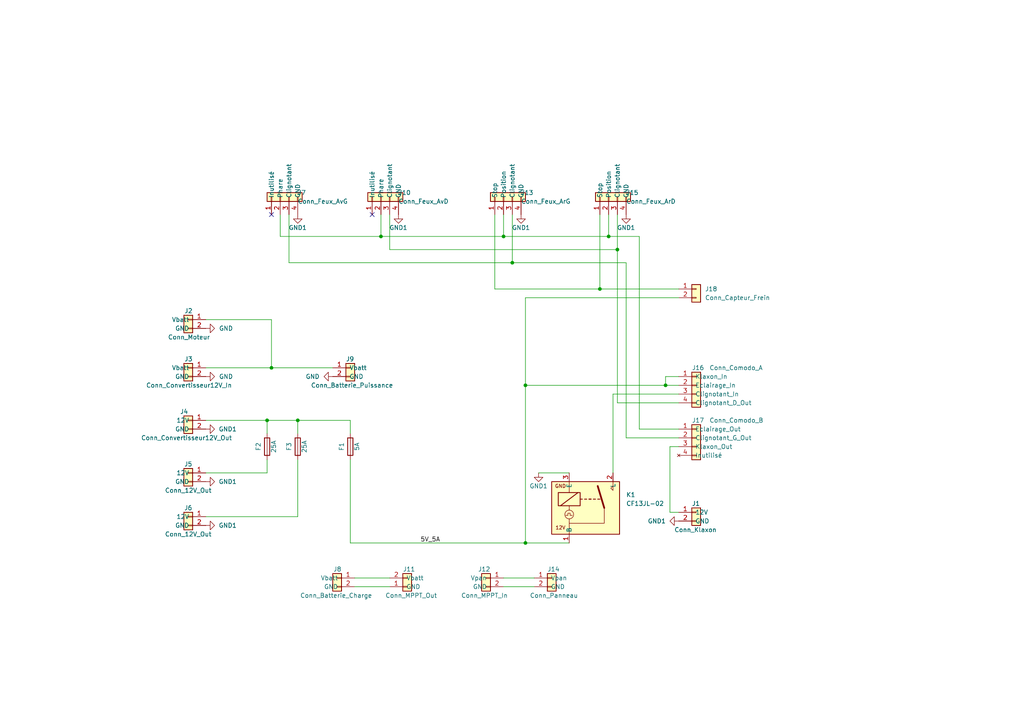
<source format=kicad_sch>
(kicad_sch (version 20211123) (generator eeschema)
  (paper "A4")
  (title_block (title "Boitier électrique vhéliotech") (date "2024-12-28") (company "Vélo solaire pour tous") (comment 1 "Licence CERN-OHL-S version 2"))
  (lib_symbols
    (symbol "Connector_Generic:Conn_01x02" (pin_names (offset 1.016) hide)
      (property "Reference" "J" (at 0 2.54 0))
      (property "Value" "Conn_01x02" (at 0 -5.08 0))
      (symbol "Conn_01x02_1_1"
        (rectangle (start -1.27 -2.413) (end 0 -2.667) (stroke (width 0.1524)))
        (rectangle (start -1.27 0.127) (end 0 -0.127) (stroke (width 0.1524)))
        (rectangle (start -1.27 1.27) (end 1.27 -3.81) (stroke (width 0.254)) (fill (type background)))
        (pin passive line (at -5.08 0 0) (length 3.81) (name "Pin_1") (number "1"))
        (pin passive line (at -5.08 -2.54 0) (length 3.81) (name "Pin_2") (number "2"))
      )
    )
    (symbol "Fuse_1" (pin_numbers hide) (pin_names (offset 0))
      (property "Reference" "F" (at 2.032 0 90))
      (property "Value" "Fuse_1" (at -1.905 0 90))
      (symbol "Fuse_1_0_1"
        (rectangle (start -0.762 -2.54) (end 0.762 2.54) (stroke (width 0.254)))
        (polyline (pts (xy 0 2.54) (xy 0 -2.54)))
      )
      (symbol "Fuse_1_1_1"
        (pin power_out line (at 0 3.81 270) (length 1.27) (name "~") (number "1"))
        (pin power_in line (at 0 -3.81 90) (length 1.27) (name "~") (number "2"))
      )
    )
    (symbol "Fuse_2" (pin_numbers hide) (pin_names (offset 0))
      (property "Reference" "F" (at 2.032 0 90))
      (property "Value" "Fuse_2" (at -1.905 0 90))
      (symbol "Fuse_2_0_1"
        (rectangle (start -0.762 -2.54) (end 0.762 2.54) (stroke (width 0.254)))
        (polyline (pts (xy 0 2.54) (xy 0 -2.54)))
      )
      (symbol "Fuse_2_1_1"
        (pin power_out line (at 0 3.81 270) (length 1.27) (name "~") (number "1"))
        (pin power_in line (at 0 -3.81 90) (length 1.27) (name "~") (number "2"))
      )
    )
    (symbol "circuit:CF13JL-02"
      (property "Reference" "K" (at 11.43 3.81 0))
      (property "Value" "CF13JL-02" (at 17.78 1.27 0))
      (symbol "CF13JL-02_0_1"
        (circle (center -5.08 -4.445) (radius 1.27))
        (polyline (pts (xy -5.08 -6.985) (xy -5.08 -5.715)))
        (polyline (pts (xy -6.096 -4.699) (xy -5.461 -4.699) (xy -5.461 -4.064) (xy -4.826 -4.064) (xy -4.826 -4.699) (xy -4.191 -4.699)))
      )
      (symbol "CF13JL-02_1_1"
        (rectangle (start -10.16 5.08) (end 9.525 -10.16) (stroke (width 0.254)) (fill (type background)))
        (rectangle (start -8.255 1.905) (end -1.905 -1.905) (stroke (width 0.254)))
        (polyline (pts (xy -7.62 -1.905) (xy -2.54 1.905)) (stroke (width 0.254)))
        (polyline (pts (xy -5.08 -10.16) (xy -5.08 -6.985)))
        (polyline (pts (xy -5.08 -3.175) (xy -5.08 -1.905)))
        (polyline (pts (xy -5.08 5.08) (xy -5.08 1.905)))
        (polyline (pts (xy -1.905 0) (xy -1.27 0)) (stroke (width 0.254)))
        (polyline (pts (xy -0.635 0) (xy 0 0)) (stroke (width 0.254)))
        (polyline (pts (xy 0.635 0) (xy 1.27 0)) (stroke (width 0.254)))
        (polyline (pts (xy 0.635 0) (xy 1.27 0)) (stroke (width 0.254)))
        (polyline (pts (xy 1.905 0) (xy 2.54 0)) (stroke (width 0.254)))
        (polyline (pts (xy 3.175 0) (xy 3.81 0)) (stroke (width 0.254)))
        (polyline (pts (xy 5.08 -6.985) (xy -5.08 -6.985)))
        (polyline (pts (xy 5.08 -2.54) (xy 3.175 3.81)) (stroke (width 0.508)))
        (polyline (pts (xy 5.08 -2.54) (xy 5.08 -6.985)))
        (polyline (pts (xy 7.62 3.81) (xy 7.62 5.08)))
        (polyline (pts (xy 7.62 3.81) (xy 7.62 2.54) (xy 6.985 3.175) (xy 7.62 3.81)))
        (text "12V" (at -7.62 -8.255 0) (effects (font (size 1.016 1.016))))
        (text "GND" (at -7.62 3.81 0) (effects (font (size 1.016 1.016))))
        (pin passive line (at -5.08 -12.7 90) (length 2.54) (name "B") (number "1"))
        (pin passive line (at 7.62 7.62 270) (length 2.54) (name "L") (number "2"))
        (pin passive line (at -5.08 7.62 270) (length 2.54) (name "E") (number "3"))
      )
    )
    (symbol "circuit:Conn_12V_Out" (pin_names (offset 1.016))
      (property "Reference" "J" (at 0 2.54 0))
      (property "Value" "Conn_12V_Out" (at 0 -5.08 0))
      (symbol "Conn_12V_Out_1_1"
        (rectangle (start -1.27 -2.413) (end 0 -2.667) (stroke (width 0.1524)))
        (rectangle (start -1.27 0.127) (end 0 -0.127) (stroke (width 0.1524)))
        (rectangle (start -1.27 1.27) (end 1.27 -3.81) (stroke (width 0.254)) (fill (type background)))
        (pin power_in line (at -5.08 0 0) (length 3.81) (name "12V") (number "1"))
        (pin power_in line (at -5.08 -2.54 0) (length 3.81) (name "GND") (number "2"))
      )
    )
    (symbol "circuit:Conn_Batterie_Charge" (pin_names (offset 1.016))
      (property "Reference" "J" (at 0 2.54 0))
      (property "Value" "Conn_Batterie_Charge" (at 0 -5.08 0))
      (symbol "Conn_Batterie_Charge_1_1"
        (rectangle (start -1.27 -2.413) (end 0 -2.667) (stroke (width 0.1524)))
        (rectangle (start -1.27 0.127) (end 0 -0.127) (stroke (width 0.1524)))
        (rectangle (start -1.27 1.27) (end 1.27 -3.81) (stroke (width 0.254)) (fill (type background)))
        (pin power_in line (at -5.08 0 0) (length 3.81) (name "Vbatt") (number "1"))
        (pin power_in line (at -5.08 -2.54 0) (length 3.81) (name "GND") (number "2"))
      )
    )
    (symbol "circuit:Conn_Batterie_Puissance" (pin_names (offset 1.016))
      (property "Reference" "J" (at 0 2.54 0))
      (property "Value" "Conn_Batterie_Puissance" (at 0 -5.08 0))
      (symbol "Conn_Batterie_Puissance_1_1"
        (rectangle (start -1.27 -2.413) (end 0 -2.667) (stroke (width 0.1524)))
        (rectangle (start -1.27 0.127) (end 0 -0.127) (stroke (width 0.1524)))
        (rectangle (start -1.27 1.27) (end 1.27 -3.81) (stroke (width 0.254)) (fill (type background)))
        (pin power_out line (at -5.08 0 0) (length 3.81) (name "Vbatt") (number "1"))
        (pin power_out line (at -5.08 -2.54 0) (length 3.81) (name "GND") (number "2"))
      )
    )
    (symbol "circuit:Conn_Comodo_A" (pin_names (offset 1.016))
      (property "Reference" "J" (at 0 5.08 0))
      (property "Value" "Conn_Comodo_A" (at 0 -7.62 0))
      (symbol "Conn_Comodo_A_1_1"
        (rectangle (start -1.27 -4.953) (end 0 -5.207) (stroke (width 0.1524)))
        (rectangle (start -1.27 -2.413) (end 0 -2.667) (stroke (width 0.1524)))
        (rectangle (start -1.27 0.127) (end 0 -0.127) (stroke (width 0.1524)))
        (rectangle (start -1.27 2.667) (end 0 2.413) (stroke (width 0.1524)))
        (rectangle (start -1.27 3.81) (end 1.27 -6.35) (stroke (width 0.254)) (fill (type background)))
        (pin power_in line (at -5.08 2.54 0) (length 3.81) (name "Klaxon_In") (number "1"))
        (pin power_in line (at -5.08 0 0) (length 3.81) (name "Eclairage_In") (number "2"))
        (pin passive line (at -5.08 -2.54 0) (length 3.81) (name "Clignotant_In") (number "3"))
        (pin passive line (at -5.08 -5.08 0) (length 3.81) (name "Clignotant_D_Out") (number "4"))
      )
    )
    (symbol "circuit:Conn_Comodo_B" (pin_names (offset 1.016))
      (property "Reference" "J" (at 0 5.08 0))
      (property "Value" "Conn_Comodo_B" (at 0 -7.62 0))
      (symbol "Conn_Comodo_B_1_1"
        (rectangle (start -1.27 -4.953) (end 0 -5.207) (stroke (width 0.1524)))
        (rectangle (start -1.27 -2.413) (end 0 -2.667) (stroke (width 0.1524)))
        (rectangle (start -1.27 0.127) (end 0 -0.127) (stroke (width 0.1524)))
        (rectangle (start -1.27 2.667) (end 0 2.413) (stroke (width 0.1524)))
        (rectangle (start -1.27 3.81) (end 1.27 -6.35) (stroke (width 0.254)) (fill (type background)))
        (pin passive line (at -5.08 2.54 0) (length 3.81) (name "Eclairage_Out") (number "1"))
        (pin passive line (at -5.08 0 0) (length 3.81) (name "Clignotant_G_Out") (number "2"))
        (pin passive line (at -5.08 -2.54 0) (length 3.81) (name "Klaxon_Out") (number "3"))
        (pin no_connect line (at -5.08 -5.08 0) (length 3.81) (name "Inutilisé") (number "4"))
      )
    )
    (symbol "circuit:Conn_Convertisseur12V_In" (pin_names (offset 1.016))
      (property "Reference" "J" (at 0 2.54 0))
      (property "Value" "Conn_Convertisseur12V_In" (at 0 -5.08 0))
      (symbol "Conn_Convertisseur12V_In_1_1"
        (rectangle (start -1.27 -2.413) (end 0 -2.667) (stroke (width 0.1524)))
        (rectangle (start -1.27 0.127) (end 0 -0.127) (stroke (width 0.1524)))
        (rectangle (start -1.27 1.27) (end 1.27 -3.81) (stroke (width 0.254)) (fill (type background)))
        (pin power_in line (at -5.08 0 0) (length 3.81) (name "Vbatt") (number "1"))
        (pin power_in line (at -5.08 -2.54 0) (length 3.81) (name "GND") (number "2"))
      )
    )
    (symbol "circuit:Conn_Convertisseur12V_Out" (pin_names (offset 1.016))
      (property "Reference" "J" (at 0 2.54 0))
      (property "Value" "Conn_Convertisseur12V_Out" (at 0 -5.08 0))
      (symbol "Conn_Convertisseur12V_Out_1_1"
        (rectangle (start -1.27 -2.413) (end 0 -2.667) (stroke (width 0.1524)))
        (rectangle (start -1.27 0.127) (end 0 -0.127) (stroke (width 0.1524)))
        (rectangle (start -1.27 1.27) (end 1.27 -3.81) (stroke (width 0.254)) (fill (type background)))
        (pin power_out line (at -5.08 0 0) (length 3.81) (name "12V") (number "1"))
        (pin power_out line (at -5.08 -2.54 0) (length 3.81) (name "GND") (number "2"))
      )
    )
    (symbol "circuit:Conn_Feux_Arriere" (pin_names (offset 1.016))
      (property "Reference" "J" (at 0 5.08 0))
      (property "Value" "Conn_Feux_Arriere" (at 0 -7.62 0))
      (symbol "Conn_Feux_Arriere_1_1"
        (rectangle (start -1.27 -4.953) (end 0 -5.207) (stroke (width 0.1524)))
        (rectangle (start -1.27 -2.413) (end 0 -2.667) (stroke (width 0.1524)))
        (rectangle (start -1.27 0.127) (end 0 -0.127) (stroke (width 0.1524)))
        (rectangle (start -1.27 2.667) (end 0 2.413) (stroke (width 0.1524)))
        (rectangle (start -1.27 3.81) (end 1.27 -6.35) (stroke (width 0.254)) (fill (type background)))
        (pin passive line (at -5.08 2.54 0) (length 3.81) (name "Stop") (number "1"))
        (pin passive line (at -5.08 0 0) (length 3.81) (name "Position") (number "2"))
        (pin passive line (at -5.08 -2.54 0) (length 3.81) (name "Clignotant") (number "3"))
        (pin power_in line (at -5.08 -5.08 0) (length 3.81) (name "GND") (number "4"))
      )
    )
    (symbol "circuit:Conn_Feux_Avant" (pin_names (offset 1.016))
      (property "Reference" "J" (at 0 5.08 0))
      (property "Value" "Conn_Feux_Avant" (at 0 -7.62 0))
      (symbol "Conn_Feux_Avant_1_1"
        (rectangle (start -1.27 -4.953) (end 0 -5.207) (stroke (width 0.1524)))
        (rectangle (start -1.27 -2.413) (end 0 -2.667) (stroke (width 0.1524)))
        (rectangle (start -1.27 0.127) (end 0 -0.127) (stroke (width 0.1524)))
        (rectangle (start -1.27 2.667) (end 0 2.413) (stroke (width 0.1524)))
        (rectangle (start -1.27 3.81) (end 1.27 -6.35) (stroke (width 0.254)) (fill (type background)))
        (pin passive line (at -5.08 2.54 0) (length 3.81) (name "Inutilisé") (number "1"))
        (pin passive line (at -5.08 0 0) (length 3.81) (name "Phare") (number "2"))
        (pin passive line (at -5.08 -2.54 0) (length 3.81) (name "Clignotant") (number "3"))
        (pin power_in line (at -5.08 -5.08 0) (length 3.81) (name "GND") (number "4"))
      )
    )
    (symbol "circuit:Conn_Klaxon" (pin_names (offset 1.016))
      (property "Reference" "J" (at 0 2.54 0))
      (property "Value" "Conn_Klaxon" (at 0 -5.08 0))
      (symbol "Conn_Klaxon_1_1"
        (rectangle (start -1.27 -2.413) (end 0 -2.667) (stroke (width 0.1524)))
        (rectangle (start -1.27 0.127) (end 0 -0.127) (stroke (width 0.1524)))
        (rectangle (start -1.27 1.27) (end 1.27 -3.81) (stroke (width 0.254)) (fill (type background)))
        (pin passive line (at -5.08 0 0) (length 3.81) (name "12V") (number "1"))
        (pin power_in line (at -5.08 -2.54 0) (length 3.81) (name "GND") (number "2"))
      )
    )
    (symbol "circuit:Conn_MPPT_In" (pin_names (offset 1.016))
      (property "Reference" "J" (at 0 2.54 0))
      (property "Value" "Conn_MPPT_In" (at 0 -5.08 0))
      (symbol "Conn_MPPT_In_1_1"
        (rectangle (start -1.27 -2.413) (end 0 -2.667) (stroke (width 0.1524)))
        (rectangle (start -1.27 0.127) (end 0 -0.127) (stroke (width 0.1524)))
        (rectangle (start -1.27 1.27) (end 1.27 -3.81) (stroke (width 0.254)) (fill (type background)))
        (pin power_in line (at -5.08 0 0) (length 3.81) (name "Vpan") (number "1"))
        (pin power_in line (at -5.08 -2.54 0) (length 3.81) (name "GND") (number "2"))
      )
    )
    (symbol "circuit:Conn_MPPT_Out" (pin_names (offset 1.016))
      (property "Reference" "J" (at 0 2.54 0))
      (property "Value" "Conn_MPPT_Out" (at 0 -5.08 0))
      (symbol "Conn_MPPT_Out_1_1"
        (rectangle (start -1.27 -2.413) (end 0 -2.667) (stroke (width 0.1524)))
        (rectangle (start -1.27 0.127) (end 0 -0.127) (stroke (width 0.1524)))
        (rectangle (start -1.27 1.27) (end 1.27 -3.81) (stroke (width 0.254)) (fill (type background)))
        (pin power_out line (at -5.08 -2.54 0) (length 3.81) (name "GND") (number "1"))
        (pin power_out line (at -5.08 0 0) (length 3.81) (name "Vbatt") (number "2"))
      )
    )
    (symbol "circuit:Conn_Moteur" (pin_names (offset 1.016))
      (property "Reference" "J" (at 0 2.54 0))
      (property "Value" "Conn_Moteur" (at 0 -5.08 0))
      (symbol "Conn_Moteur_1_1"
        (rectangle (start -1.27 -2.413) (end 0 -2.667) (stroke (width 0.1524)))
        (rectangle (start -1.27 0.127) (end 0 -0.127) (stroke (width 0.1524)))
        (rectangle (start -1.27 1.27) (end 1.27 -3.81) (stroke (width 0.254)) (fill (type background)))
        (pin power_in line (at -5.08 0 0) (length 3.81) (name "Vbatt") (number "1"))
        (pin power_in line (at -5.08 -2.54 0) (length 3.81) (name "GND") (number "2"))
      )
    )
    (symbol "circuit:Conn_Panneau" (pin_names (offset 1.016))
      (property "Reference" "J" (at 0 2.54 0))
      (property "Value" "Conn_Panneau" (at 0 -5.08 0))
      (symbol "Conn_Panneau_1_1"
        (rectangle (start -1.27 -2.413) (end 0 -2.667) (stroke (width 0.1524)))
        (rectangle (start -1.27 0.127) (end 0 -0.127) (stroke (width 0.1524)))
        (rectangle (start -1.27 1.27) (end 1.27 -3.81) (stroke (width 0.254)) (fill (type background)))
        (pin power_out line (at -5.08 0 0) (length 3.81) (name "Vpan") (number "1"))
        (pin power_out line (at -5.08 -2.54 0) (length 3.81) (name "GND") (number "2"))
      )
    )
    (symbol "circuit:Fuse" (pin_numbers hide) (pin_names (offset 0))
      (property "Reference" "F" (at 2.032 0 90))
      (property "Value" "Fuse" (at -1.905 0 90))
      (symbol "Fuse_0_1"
        (rectangle (start -0.762 -2.54) (end 0.762 2.54) (stroke (width 0.254)))
        (polyline (pts (xy 0 2.54) (xy 0 -2.54)))
      )
      (symbol "Fuse_1_1"
        (pin power_out line (at 0 3.81 270) (length 1.27) (name "~") (number "1"))
        (pin power_in line (at 0 -3.81 90) (length 1.27) (name "~") (number "2"))
      )
    )
    (symbol "power:GND" (power) (pin_names (offset 0))
      (property "Value" "GND" (at 0 -3.81 0))
      (symbol "GND_0_1"
        (polyline (pts (xy 0 0) (xy 0 -1.27) (xy 1.27 -1.27) (xy 0 -2.54) (xy -1.27 -1.27) (xy 0 -1.27)))
      )
      (symbol "GND_1_1"
        (pin power_in line (at 0 0 270) (length 0) hide (name "GND") (number "1"))
      )
    )
    (symbol "power:GND1" (power) (pin_names (offset 0))
      (property "Value" "GND1" (at 0 -3.81 0))
      (symbol "GND1_0_1"
        (polyline (pts (xy 0 0) (xy 0 -1.27) (xy 1.27 -1.27) (xy 0 -2.54) (xy -1.27 -1.27) (xy 0 -1.27)))
      )
      (symbol "GND1_1_1"
        (pin power_in line (at 0 0 270) (length 0) hide (name "GND1") (number "1"))
      )
    )
  )
  (junction (at 152.4 111.76))
  (junction (at 148.59 76.2))
  (junction (at 78.74 106.68))
  (junction (at 110.49 68.58))
  (junction (at 146.05 68.58))
  (junction (at 173.99 83.82))
  (junction (at 152.4 157.48))
  (junction (at 77.47 121.92))
  (junction (at 176.53 68.58))
  (junction (at 179.07 72.39))
  (junction (at 86.36 121.92))
  (junction (at 193.04 111.76))
  (no_connect (at 78.74 62.23))
  (no_connect (at 107.95 62.23))
  (wire (pts (xy 78.74 92.71) (xy 59.69 92.71)))
  (wire (pts (xy 77.47 133.35) (xy 77.47 137.16)))
  (wire (pts (xy 77.47 121.92) (xy 77.47 125.73)))
  (wire (pts (xy 59.69 149.86) (xy 86.36 149.86)))
  (wire (pts (xy 110.49 68.58) (xy 81.28 68.58)))
  (wire (pts (xy 193.04 109.22) (xy 196.85 109.22)))
  (wire (pts (xy 102.87 167.64) (xy 113.03 167.64)))
  (wire (pts (xy 176.53 62.23) (xy 176.53 68.58)))
  (wire (pts (xy 148.59 62.23) (xy 148.59 76.2)))
  (wire (pts (xy 86.36 149.86) (xy 86.36 133.35)))
  (wire (pts (xy 101.6 133.35) (xy 101.6 157.48)))
  (wire (pts (xy 59.69 106.68) (xy 78.74 106.68)))
  (wire (pts (xy 86.36 121.92) (xy 101.6 121.92)))
  (wire (pts (xy 177.8 114.3) (xy 196.85 114.3)))
  (wire (pts (xy 179.07 72.39) (xy 113.03 72.39)))
  (wire (pts (xy 110.49 62.23) (xy 110.49 68.58)))
  (wire (pts (xy 77.47 121.92) (xy 86.36 121.92)))
  (wire (pts (xy 193.04 111.76) (xy 152.4 111.76)))
  (wire (pts (xy 181.61 127) (xy 196.85 127)))
  (wire (pts (xy 101.6 125.73) (xy 101.6 121.92)))
  (wire (pts (xy 194.31 148.59) (xy 196.85 148.59)))
  (wire (pts (xy 152.4 111.76) (xy 152.4 157.48)))
  (wire (pts (xy 196.85 83.82) (xy 173.99 83.82)))
  (wire (pts (xy 173.99 83.82) (xy 173.99 62.23)))
  (wire (pts (xy 196.85 111.76) (xy 193.04 111.76)))
  (wire (pts (xy 185.42 68.58) (xy 185.42 124.46)))
  (wire (pts (xy 177.8 137.16) (xy 177.8 114.3)))
  (wire (pts (xy 156.21 137.16) (xy 165.1 137.16)))
  (wire (pts (xy 143.51 83.82) (xy 143.51 62.23)))
  (wire (pts (xy 86.36 121.92) (xy 86.36 125.73)))
  (wire (pts (xy 83.82 76.2) (xy 83.82 62.23)))
  (wire (pts (xy 78.74 106.68) (xy 96.52 106.68)))
  (wire (pts (xy 179.07 116.84) (xy 196.85 116.84)))
  (wire (pts (xy 152.4 86.36) (xy 196.85 86.36)))
  (wire (pts (xy 59.69 137.16) (xy 77.47 137.16)))
  (wire (pts (xy 194.31 129.54) (xy 194.31 148.59)))
  (wire (pts (xy 110.49 68.58) (xy 146.05 68.58)))
  (wire (pts (xy 146.05 62.23) (xy 146.05 68.58)))
  (wire (pts (xy 152.4 111.76) (xy 152.4 86.36)))
  (wire (pts (xy 148.59 76.2) (xy 83.82 76.2)))
  (wire (pts (xy 181.61 76.2) (xy 181.61 127)))
  (wire (pts (xy 165.1 157.48) (xy 152.4 157.48)))
  (wire (pts (xy 78.74 106.68) (xy 78.74 92.71)))
  (wire (pts (xy 173.99 83.82) (xy 143.51 83.82)))
  (wire (pts (xy 193.04 111.76) (xy 193.04 109.22)))
  (wire (pts (xy 152.4 157.48) (xy 101.6 157.48)))
  (wire (pts (xy 113.03 72.39) (xy 113.03 62.23)))
  (wire (pts (xy 179.07 72.39) (xy 179.07 116.84)))
  (wire (pts (xy 146.05 170.18) (xy 154.94 170.18)))
  (wire (pts (xy 196.85 129.54) (xy 194.31 129.54)))
  (wire (pts (xy 148.59 76.2) (xy 181.61 76.2)))
  (wire (pts (xy 146.05 167.64) (xy 154.94 167.64)))
  (wire (pts (xy 179.07 62.23) (xy 179.07 72.39)))
  (wire (pts (xy 185.42 124.46) (xy 196.85 124.46)))
  (wire (pts (xy 59.69 121.92) (xy 77.47 121.92)))
  (wire (pts (xy 146.05 68.58) (xy 176.53 68.58)))
  (wire (pts (xy 102.87 170.18) (xy 113.03 170.18)))
  (wire (pts (xy 176.53 68.58) (xy 185.42 68.58)))
  (wire (pts (xy 81.28 68.58) (xy 81.28 62.23)))
  (label "5V_5A" (at 121.92 157.48 0))
  (symbol (lib_id "power:GND") (at 59.69 95.25 90) (unit 1)
    (property "Reference" "#PWR0101" (effects hide))
    (property "Value" "GND" (at 63.5 95.2499 90) (effects (justify right)))
  )
  (symbol (lib_id "circuit:Conn_Convertisseur12V_In") (at 54.61 106.68 0) (mirror y) (unit 1)
    (property "Reference" "J3" (at 55.88 104.14 0) (effects (justify left)))
    (property "Value" "Conn_Convertisseur12V_In" (at 67.31 111.76 0) (effects (justify left)))
    (property "Footprint" "circuit:TerminalBlock_Amphenol_HG0200X0000G_1x02_P5.00mm_45Degree" (effects hide))
  )
  (symbol (lib_id "power:GND1") (at 86.36 62.23 0) (unit 1)
    (property "Reference" "#PWR0105" (effects hide))
    (property "Value" "GND1" (at 86.36 66.04 0))
  )
  (symbol (lib_id "circuit:Conn_Feux_Avant") (at 110.49 57.15 90) (unit 1)
    (property "Reference" "J10" (at 115.57 55.8799 90) (effects (justify right)))
    (property "Value" "Conn_Feux_AvD" (at 115.57 58.4199 90) (effects (justify right)))
    (property "Footprint" "circuit:Generic_HeaderSocket_1x04_P5.08mm_Vertical_Open" (effects hide))
  )
  (symbol (lib_id "circuit:CF13JL-02") (at 170.18 144.78 0) (unit 1)
    (property "Reference" "K1" (at 181.61 143.5099 0) (effects (justify left)))
    (property "Value" "CF13JL-02" (at 181.61 146.0499 0) (effects (justify left)))
    (property "Footprint" "circuit:CF13JL-02" (effects hide))
  )
  (symbol (lib_name "Fuse_1") (lib_id "circuit:Fuse") (at 77.47 129.54 180) (unit 1)
    (property "Reference" "F2" (at 74.93 129.54 90))
    (property "Value" "25A" (at 79.375 129.54 90))
    (property "Footprint" "circuit:Littelfuse_FuseHolder_FL1_178.6764.0001" (effects hide))
  )
  (symbol (lib_id "power:GND1") (at 59.69 152.4 90) (unit 1)
    (property "Reference" "#PWR0110" (effects hide))
    (property "Value" "GND1" (at 66.04 152.4 90))
  )
  (symbol (lib_id "power:GND") (at 96.52 109.22 270) (unit 1)
    (property "Reference" "#PWR0111" (effects hide))
    (property "Value" "GND" (at 92.71 109.2199 90) (effects (justify right)))
  )
  (symbol (lib_id "circuit:Conn_Klaxon") (at 201.93 148.59 0) (unit 1)
    (property "Reference" "J1" (at 200.66 146.05 0) (effects (justify left)))
    (property "Value" "Conn_Klaxon" (at 195.58 153.67 0) (effects (justify left)))
    (property "Footprint" "circuit:TerminalBlock_Camdenboss_CTB3008_1x02_P5.08mm_45Degree" (effects hide))
  )
  (symbol (lib_id "circuit:Conn_12V_Out") (at 54.61 137.16 0) (mirror y) (unit 1)
    (property "Reference" "J5" (at 54.61 134.62 0))
    (property "Value" "Conn_12V_Out" (at 54.61 142.24 0))
    (property "Footprint" "circuit:TerminalBlock_Amphenol_HG0200X0000G_1x02_P5.00mm_45Degree" (effects hide))
  )
  (symbol (lib_id "power:GND1") (at 115.57 62.23 0) (unit 1)
    (property "Reference" "#PWR0106" (effects hide))
    (property "Value" "GND1" (at 115.57 66.04 0))
  )
  (symbol (lib_id "power:GND1") (at 59.69 124.46 90) (unit 1)
    (property "Reference" "#PWR0103" (effects hide))
    (property "Value" "GND1" (at 66.04 124.46 90))
  )
  (symbol (lib_id "circuit:Conn_Feux_Arriere") (at 146.05 57.15 90) (unit 1)
    (property "Reference" "J13" (at 151.13 55.8799 90) (effects (justify right)))
    (property "Value" "Conn_Feux_ArG" (at 151.13 58.4199 90) (effects (justify right)))
    (property "Footprint" "circuit:Generic_HeaderSocket_1x04_P5.08mm_Vertical_Open" (effects hide))
  )
  (symbol (lib_id "circuit:Conn_Batterie_Puissance") (at 101.6 106.68 0) (unit 1)
    (property "Reference" "J9" (at 100.33 104.14 0) (effects (justify left)))
    (property "Value" "Conn_Batterie_Puissance" (at 90.17 111.76 0) (effects (justify left)))
    (property "Footprint" "circuit:TerminalBlock_Amphenol_HG0200X0000G_1x02_P5.00mm_45Degree" (effects hide))
  )
  (symbol (lib_id "circuit:Conn_Moteur") (at 54.61 92.71 0) (mirror y) (unit 1)
    (property "Reference" "J2" (at 55.88 90.17 0) (effects (justify left)))
    (property "Value" "Conn_Moteur" (at 60.96 97.79 0) (effects (justify left)))
    (property "Footprint" "circuit:TerminalBlock_Amphenol_HG0200X0000G_1x02_P5.00mm_45Degree" (effects hide))
  )
  (symbol (lib_id "power:GND1") (at 196.85 151.13 270) (mirror x) (unit 1)
    (property "Reference" "#PWR0102" (effects hide))
    (property "Value" "GND1" (at 190.5 151.13 90))
  )
  (symbol (lib_id "circuit:Conn_Convertisseur12V_Out") (at 54.61 121.92 0) (mirror y) (unit 1)
    (property "Reference" "J4" (at 54.61 119.38 0) (effects (justify left)))
    (property "Value" "Conn_Convertisseur12V_Out" (at 67.31 127 0) (effects (justify left)))
    (property "Footprint" "circuit:TerminalBlock_Amphenol_HG0200X0000G_1x02_P5.00mm_45Degree" (effects hide))
  )
  (symbol (lib_id "circuit:Conn_MPPT_In") (at 140.97 167.64 0) (mirror y) (unit 1)
    (property "Reference" "J12" (at 142.24 165.1 0) (effects (justify left)))
    (property "Value" "Conn_MPPT_In" (at 147.32 172.72 0) (effects (justify left)))
    (property "Footprint" "circuit:TerminalBlock_Amphenol_HG0200X0000G_1x02_P5.00mm_45Degree" (effects hide))
  )
  (symbol (lib_id "circuit:Conn_Comodo_A") (at 201.93 111.76 0) (unit 1)
    (property "Reference" "J16" (at 200.66 106.68 0) (effects (justify left)))
    (property "Value" "Conn_Comodo_A" (at 205.74 106.68 0) (effects (justify left)))
    (property "Footprint" "circuit:Generic_HeaderSocket_1x04_P5.08mm_Vertical_Open" (effects hide))
  )
  (symbol (lib_id "circuit:Conn_Panneau") (at 160.02 167.64 0) (unit 1)
    (property "Reference" "J14" (at 158.75 165.1 0) (effects (justify left)))
    (property "Value" "Conn_Panneau" (at 153.67 172.72 0) (effects (justify left)))
    (property "Footprint" "circuit:TerminalBlock_Amphenol_HG0200X0000G_1x02_P5.00mm_45Degree" (effects hide))
  )
  (symbol (lib_id "circuit:Conn_Batterie_Charge") (at 97.79 167.64 0) (mirror y) (unit 1)
    (property "Reference" "J8" (at 99.06 165.1 0) (effects (justify left)))
    (property "Value" "Conn_Batterie_Charge" (at 107.95 172.72 0) (effects (justify left)))
    (property "Footprint" "circuit:TerminalBlock_Amphenol_HG0200X0000G_1x02_P5.00mm_45Degree" (effects hide))
  )
  (symbol (lib_id "power:GND1") (at 59.69 139.7 90) (unit 1)
    (property "Reference" "#PWR0109" (effects hide))
    (property "Value" "GND1" (at 66.04 139.7 90))
  )
  (symbol (lib_id "circuit:Conn_Comodo_B") (at 201.93 127 0) (unit 1)
    (property "Reference" "J17" (at 200.66 121.92 0) (effects (justify left)))
    (property "Value" "Conn_Comodo_B" (at 205.74 121.92 0) (effects (justify left)))
    (property "Footprint" "circuit:Generic_HeaderSocket_1x04_P5.08mm_Vertical_Open" (effects hide))
  )
  (symbol (lib_name "Fuse_2") (lib_id "circuit:Fuse") (at 101.6 129.54 180) (unit 1)
    (property "Reference" "F1" (at 99.06 129.54 90))
    (property "Value" "5A" (at 103.505 129.54 90))
    (property "Footprint" "circuit:Littelfuse_FuseHolder_FL1_178.6764.0001" (effects hide))
  )
  (symbol (lib_id "circuit:Fuse") (at 86.36 129.54 180) (unit 1)
    (property "Reference" "F3" (at 83.82 129.54 90))
    (property "Value" "25A" (at 88.265 129.54 90))
    (property "Footprint" "circuit:Littelfuse_FuseHolder_FL1_178.6764.0001" (effects hide))
  )
  (symbol (lib_id "power:GND1") (at 156.21 137.16 0) (unit 1)
    (property "Reference" "#PWR0112" (effects hide))
    (property "Value" "GND1" (at 156.21 140.97 0))
  )
  (symbol (lib_id "circuit:Conn_12V_Out") (at 54.61 149.86 0) (mirror y) (unit 1)
    (property "Reference" "J6" (at 54.61 147.32 0))
    (property "Value" "Conn_12V_Out" (at 54.61 154.94 0))
    (property "Footprint" "circuit:TerminalBlock_Amphenol_HG0200X0000G_1x02_P5.00mm_45Degree" (effects hide))
  )
  (symbol (lib_id "circuit:Conn_Feux_Arriere") (at 176.53 57.15 90) (unit 1)
    (property "Reference" "J15" (at 181.61 55.8799 90) (effects (justify right)))
    (property "Value" "Conn_Feux_ArD" (at 181.61 58.4199 90) (effects (justify right)))
    (property "Footprint" "circuit:Generic_HeaderSocket_1x04_P5.08mm_Vertical_Open" (effects hide))
  )
  (symbol (lib_id "circuit:Conn_Feux_Avant") (at 81.28 57.15 90) (unit 1)
    (property "Reference" "J7" (at 86.36 55.8799 90) (effects (justify right)))
    (property "Value" "Conn_Feux_AvG" (at 86.36 58.4199 90) (effects (justify right)))
    (property "Footprint" "circuit:Generic_HeaderSocket_1x04_P5.08mm_Vertical_Open" (effects hide))
  )
  (symbol (lib_id "power:GND1") (at 181.61 62.23 0) (unit 1)
    (property "Reference" "#PWR0108" (effects hide))
    (property "Value" "GND1" (at 181.61 66.04 0))
  )
  (symbol (lib_id "power:GND") (at 59.69 109.22 90) (unit 1)
    (property "Reference" "#PWR0104" (effects hide))
    (property "Value" "GND" (at 63.5 109.2199 90) (effects (justify right)))
  )
  (symbol (lib_id "circuit:Conn_MPPT_Out") (at 118.11 167.64 0) (unit 1)
    (property "Reference" "J11" (at 116.84 165.1 0) (effects (justify left)))
    (property "Value" "Conn_MPPT_Out" (at 111.76 172.72 0) (effects (justify left)))
    (property "Footprint" "circuit:TerminalBlock_Amphenol_HG0200X0000G_1x02_P5.00mm_45Degree" (effects hide))
  )
  (symbol (lib_id "power:GND1") (at 151.13 62.23 0) (unit 1)
    (property "Reference" "#PWR0107" (effects hide))
    (property "Value" "GND1" (at 151.13 66.04 0))
  )
  (symbol (lib_id "Connector_Generic:Conn_01x02") (at 201.93 83.82 0) (unit 1)
    (property "Reference" "J18" (at 204.47 83.8199 0) (effects (justify left)))
    (property "Value" "Conn_Capteur_Frein" (at 204.47 86.3599 0) (effects (justify left)))
    (property "Footprint" "circuit:TerminalBlock_Camdenboss_CTB3008_1x02_P5.08mm_45Degree" (effects hide))
  )
)
</source>
